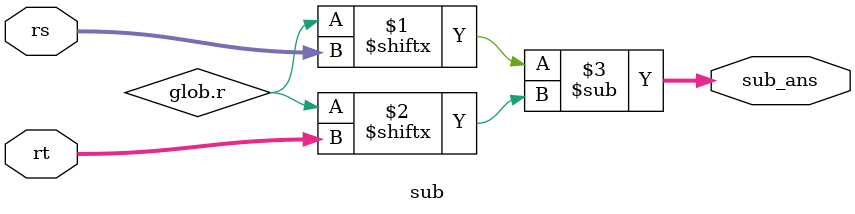
<source format=v>
module sub
(
	 input      [4:0] rs, rt,
	 output     [31:0] sub_ans
);

assign sub_ans = glob.r[rs] - glob.r[rt];
	
endmodule

</source>
